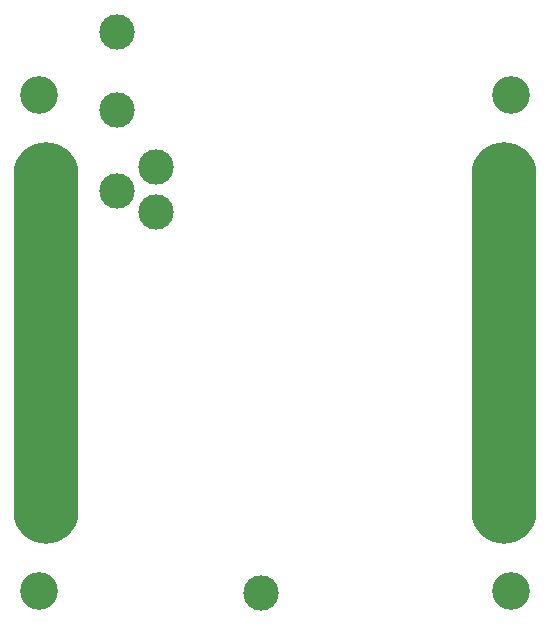
<source format=gbr>
%TF.GenerationSoftware,KiCad,Pcbnew,5.1.9-73d0e3b20d~88~ubuntu20.10.1*%
%TF.CreationDate,2021-01-20T16:53:29+01:00*%
%TF.ProjectId,makita_protector,6d616b69-7461-45f7-9072-6f746563746f,rev?*%
%TF.SameCoordinates,Original*%
%TF.FileFunction,Soldermask,Bot*%
%TF.FilePolarity,Negative*%
%FSLAX46Y46*%
G04 Gerber Fmt 4.6, Leading zero omitted, Abs format (unit mm)*
G04 Created by KiCad (PCBNEW 5.1.9-73d0e3b20d~88~ubuntu20.10.1) date 2021-01-20 16:53:29*
%MOMM*%
%LPD*%
G01*
G04 APERTURE LIST*
%ADD10C,3.200000*%
%ADD11C,3.000000*%
%ADD12O,5.500000X34.000000*%
G04 APERTURE END LIST*
D10*
%TO.C,H4*%
X130000000Y-106000000D03*
%TD*%
%TO.C,H3*%
X170000000Y-64000000D03*
%TD*%
%TO.C,H2*%
X170000000Y-106000000D03*
%TD*%
%TO.C,H1*%
X130000000Y-64000000D03*
%TD*%
D11*
%TO.C,J6*%
X136652000Y-72136000D03*
%TD*%
%TO.C,J5*%
X136652000Y-58674000D03*
%TD*%
%TO.C,J4*%
X139954000Y-70104000D03*
%TD*%
%TO.C,J3*%
X136652000Y-65278000D03*
%TD*%
%TO.C,J2*%
X139954000Y-73914000D03*
%TD*%
%TO.C,J1*%
X148844000Y-106172000D03*
%TD*%
D12*
%TO.C,BT1*%
X130575000Y-85000000D03*
X169425000Y-85000000D03*
%TD*%
M02*

</source>
